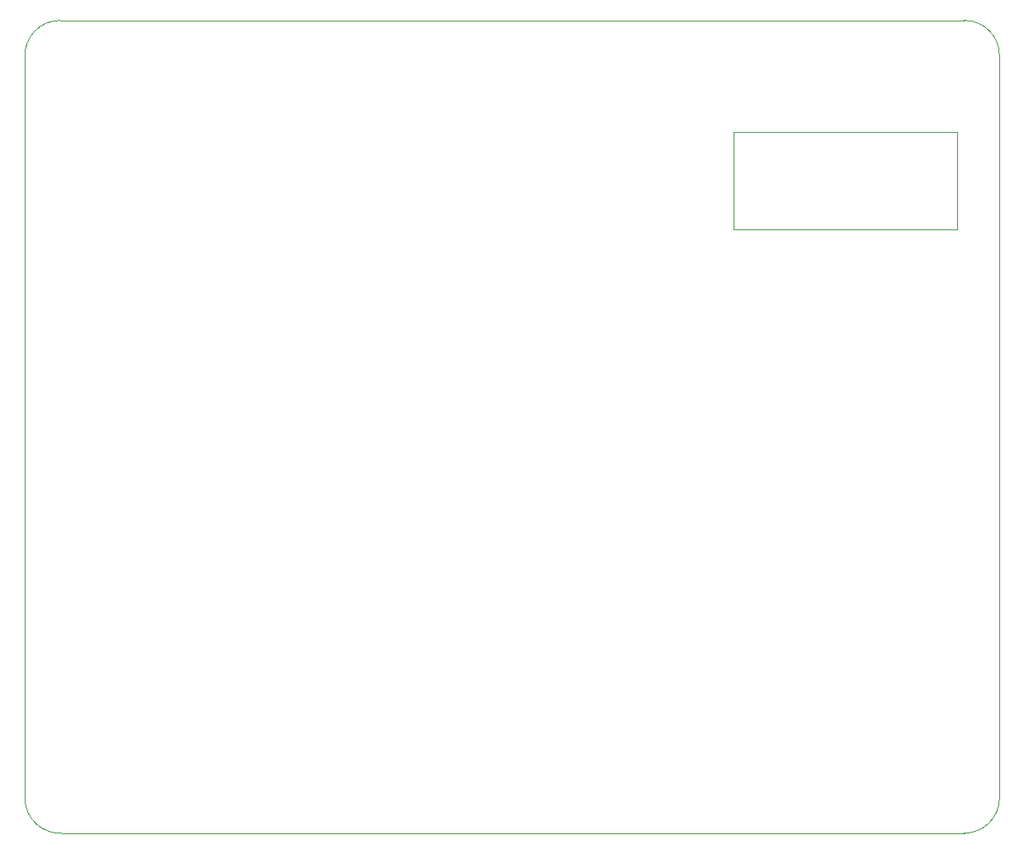
<source format=gbr>
%TF.GenerationSoftware,KiCad,Pcbnew,7.0.1*%
%TF.CreationDate,2023-03-30T14:31:40+01:00*%
%TF.ProjectId,DevBoard,44657642-6f61-4726-942e-6b696361645f,rev?*%
%TF.SameCoordinates,Original*%
%TF.FileFunction,Profile,NP*%
%FSLAX46Y46*%
G04 Gerber Fmt 4.6, Leading zero omitted, Abs format (unit mm)*
G04 Created by KiCad (PCBNEW 7.0.1) date 2023-03-30 14:31:40*
%MOMM*%
%LPD*%
G01*
G04 APERTURE LIST*
%TA.AperFunction,Profile*%
%ADD10C,0.100000*%
%TD*%
G04 APERTURE END LIST*
D10*
X150000000Y-70200000D02*
X150000000Y-146400000D01*
X53600000Y-66600000D02*
G75*
G03*
X50000000Y-70200000I0J-3600000D01*
G01*
X146400000Y-150000000D02*
X53800000Y-150000000D01*
X50000000Y-70200000D02*
X50000000Y-146400000D01*
X50000001Y-146400000D02*
G75*
G03*
X53799692Y-149994456I3599999J0D01*
G01*
X150000000Y-70200000D02*
G75*
G03*
X146400000Y-66600000I-3600000J0D01*
G01*
X53600000Y-66600000D02*
X146400000Y-66600000D01*
X146400000Y-150000000D02*
G75*
G03*
X150000000Y-146400000I0J3600000D01*
G01*
%TO.C,U7*%
X122700000Y-78075000D02*
X145700000Y-78075000D01*
X145700000Y-78075000D02*
X145700000Y-88075000D01*
X145700000Y-88075000D02*
X122700000Y-88075000D01*
X122700000Y-88075000D02*
X122700000Y-78075000D01*
%TD*%
M02*

</source>
